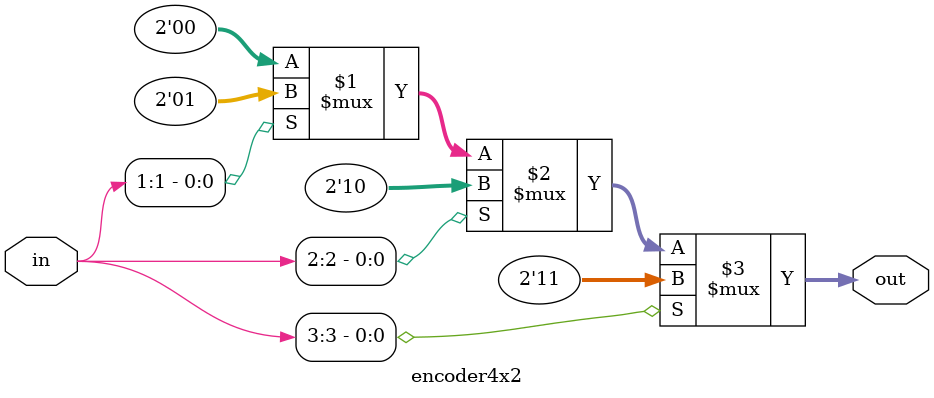
<source format=v>
module encoder4x2(input [3:0] in, output [1:0] out);
  assign out = (in[3]) ? 2'b11 :
               (in[2]) ? 2'b10 :
               (in[1]) ? 2'b01 : 2'b00;
endmodule


</source>
